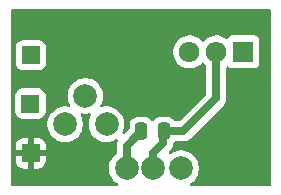
<source format=gbr>
%TF.GenerationSoftware,KiCad,Pcbnew,9.0.5*%
%TF.CreationDate,2025-10-18T17:52:02+02:00*%
%TF.ProjectId,VAS_VE,5641535f-5645-42e6-9b69-6361645f7063,rev?*%
%TF.SameCoordinates,Original*%
%TF.FileFunction,Copper,L1,Top*%
%TF.FilePolarity,Positive*%
%FSLAX46Y46*%
G04 Gerber Fmt 4.6, Leading zero omitted, Abs format (unit mm)*
G04 Created by KiCad (PCBNEW 9.0.5) date 2025-10-18 17:52:02*
%MOMM*%
%LPD*%
G01*
G04 APERTURE LIST*
G04 Aperture macros list*
%AMRoundRect*
0 Rectangle with rounded corners*
0 $1 Rounding radius*
0 $2 $3 $4 $5 $6 $7 $8 $9 X,Y pos of 4 corners*
0 Add a 4 corners polygon primitive as box body*
4,1,4,$2,$3,$4,$5,$6,$7,$8,$9,$2,$3,0*
0 Add four circle primitives for the rounded corners*
1,1,$1+$1,$2,$3*
1,1,$1+$1,$4,$5*
1,1,$1+$1,$6,$7*
1,1,$1+$1,$8,$9*
0 Add four rect primitives between the rounded corners*
20,1,$1+$1,$2,$3,$4,$5,0*
20,1,$1+$1,$4,$5,$6,$7,0*
20,1,$1+$1,$6,$7,$8,$9,0*
20,1,$1+$1,$8,$9,$2,$3,0*%
G04 Aperture macros list end*
%TA.AperFunction,ComponentPad*%
%ADD10C,2.000000*%
%TD*%
%TA.AperFunction,SMDPad,CuDef*%
%ADD11RoundRect,0.250000X-0.250000X-0.475000X0.250000X-0.475000X0.250000X0.475000X-0.250000X0.475000X0*%
%TD*%
%TA.AperFunction,ComponentPad*%
%ADD12RoundRect,0.250000X-0.550000X-0.550000X0.550000X-0.550000X0.550000X0.550000X-0.550000X0.550000X0*%
%TD*%
%TA.AperFunction,ComponentPad*%
%ADD13R,1.710000X1.800000*%
%TD*%
%TA.AperFunction,ComponentPad*%
%ADD14O,1.710000X1.800000*%
%TD*%
%TA.AperFunction,ViaPad*%
%ADD15C,1.600000*%
%TD*%
%TA.AperFunction,Conductor*%
%ADD16C,0.700000*%
%TD*%
G04 APERTURE END LIST*
D10*
%TO.P,J1,3,Pin_3*%
%TO.N,Net-(J1-Pin_3)*%
X151915000Y-137825000D03*
%TO.P,J1,2,Pin_2*%
%TO.N,Net-(D1-K)*%
X154175000Y-137825000D03*
%TO.P,J1,1,Pin_1*%
%TO.N,/VE-*%
X156515000Y-137825000D03*
%TD*%
D11*
%TO.P,C1,1*%
%TO.N,Net-(J1-Pin_3)*%
X153150000Y-134700000D03*
%TO.P,C1,2*%
%TO.N,Net-(D1-K)*%
X155050000Y-134700000D03*
%TD*%
D12*
%TO.P,H2,1,1*%
%TO.N,/VC+*%
X143750000Y-132350000D03*
%TD*%
%TO.P,H1,1,1*%
%TO.N,Net-(C2-Pad2)*%
X143800000Y-128250000D03*
%TD*%
D13*
%TO.P,Q1,1,E*%
%TO.N,Net-(Q1-E)*%
X161780000Y-127975000D03*
D14*
%TO.P,Q1,2,C*%
%TO.N,Net-(D1-K)*%
X159500000Y-127975000D03*
%TO.P,Q1,3,B*%
%TO.N,Net-(Q1-B)*%
X157220000Y-127975000D03*
%TD*%
D12*
%TO.P,H3,1,1*%
%TO.N,GND*%
X143800000Y-136550000D03*
%TD*%
D10*
%TO.P,Q2,1,E*%
%TO.N,Net-(Q2-E)*%
X150200000Y-134100000D03*
%TO.P,Q2,2,C*%
%TO.N,/VC+*%
X148400000Y-131700000D03*
%TO.P,Q2,3,B*%
%TO.N,Net-(J1-Pin_3)*%
X146700000Y-134100000D03*
%TD*%
D15*
%TO.N,GND*%
X160450000Y-136875000D03*
%TD*%
D16*
%TO.N,Net-(D1-K)*%
X155000000Y-134750000D02*
X155050000Y-134700000D01*
X154159181Y-136538943D02*
X155000000Y-135698124D01*
X154159181Y-137809181D02*
X154159181Y-136538943D01*
X155000000Y-135698124D02*
X155000000Y-134750000D01*
X154175000Y-137825000D02*
X154159181Y-137809181D01*
X154200000Y-137850000D02*
X154175000Y-137825000D01*
X154200000Y-137965000D02*
X154200000Y-137850000D01*
%TO.N,Net-(J1-Pin_3)*%
X151915000Y-135935000D02*
X153150000Y-134700000D01*
X151915000Y-137825000D02*
X151915000Y-135935000D01*
%TO.N,Net-(D1-K)*%
X159500000Y-131900000D02*
X159500000Y-127975000D01*
X156700000Y-134700000D02*
X159500000Y-131900000D01*
X155050000Y-134700000D02*
X156700000Y-134700000D01*
%TD*%
%TA.AperFunction,Conductor*%
%TO.N,GND*%
G36*
X164042539Y-124370185D02*
G01*
X164088294Y-124422989D01*
X164099500Y-124474500D01*
X164099500Y-139225500D01*
X164079815Y-139292539D01*
X164027011Y-139338294D01*
X163975500Y-139349500D01*
X157344633Y-139349500D01*
X157277594Y-139329815D01*
X157231839Y-139277011D01*
X157221895Y-139207853D01*
X157250920Y-139144297D01*
X157288339Y-139115015D01*
X157301431Y-139108344D01*
X157301430Y-139108344D01*
X157301433Y-139108343D01*
X157492510Y-138969517D01*
X157659517Y-138802510D01*
X157798343Y-138611433D01*
X157905568Y-138400992D01*
X157978553Y-138176368D01*
X158015500Y-137943097D01*
X158015500Y-137706902D01*
X157978553Y-137473631D01*
X157944689Y-137369412D01*
X157905568Y-137249008D01*
X157905566Y-137249005D01*
X157905566Y-137249003D01*
X157798342Y-137038566D01*
X157659517Y-136847490D01*
X157492510Y-136680483D01*
X157301433Y-136541657D01*
X157240292Y-136510504D01*
X157090996Y-136434433D01*
X156866368Y-136361446D01*
X156633097Y-136324500D01*
X156633092Y-136324500D01*
X156396908Y-136324500D01*
X156396903Y-136324500D01*
X156163631Y-136361446D01*
X155939003Y-136434433D01*
X155728567Y-136541656D01*
X155652704Y-136596774D01*
X155586897Y-136620253D01*
X155518843Y-136604427D01*
X155470149Y-136554321D01*
X155456274Y-136485843D01*
X155481624Y-136420734D01*
X155492123Y-136408789D01*
X155660627Y-136240286D01*
X155753704Y-136100987D01*
X155817816Y-135946205D01*
X155821935Y-135925500D01*
X155850500Y-135781891D01*
X155850500Y-135737230D01*
X155870185Y-135670191D01*
X155873651Y-135665081D01*
X155879593Y-135656774D01*
X155892712Y-135643656D01*
X155916062Y-135605797D01*
X155918529Y-135602351D01*
X155942836Y-135583321D01*
X155965787Y-135562679D01*
X155970602Y-135561584D01*
X155973545Y-135559281D01*
X155985746Y-135558143D01*
X156019378Y-135550500D01*
X156783768Y-135550500D01*
X156783769Y-135550499D01*
X156948082Y-135517816D01*
X157013864Y-135490568D01*
X157102863Y-135453704D01*
X157242162Y-135360627D01*
X160160627Y-132442162D01*
X160253704Y-132302863D01*
X160317816Y-132148081D01*
X160317816Y-132148078D01*
X160317818Y-132148074D01*
X160326811Y-132102864D01*
X160350499Y-131983771D01*
X160350500Y-131983768D01*
X160350500Y-129314954D01*
X160370185Y-129247915D01*
X160422989Y-129202160D01*
X160492147Y-129192216D01*
X160555703Y-129221241D01*
X160562181Y-129227273D01*
X160567455Y-129232547D01*
X160682664Y-129318793D01*
X160682671Y-129318797D01*
X160817517Y-129369091D01*
X160817516Y-129369091D01*
X160824444Y-129369835D01*
X160877127Y-129375500D01*
X162682872Y-129375499D01*
X162742483Y-129369091D01*
X162877331Y-129318796D01*
X162992546Y-129232546D01*
X163078796Y-129117331D01*
X163129091Y-128982483D01*
X163135500Y-128922873D01*
X163135499Y-127027128D01*
X163129091Y-126967517D01*
X163126287Y-126960000D01*
X163078797Y-126832671D01*
X163078793Y-126832664D01*
X162992547Y-126717455D01*
X162992544Y-126717452D01*
X162877335Y-126631206D01*
X162877328Y-126631202D01*
X162742482Y-126580908D01*
X162742483Y-126580908D01*
X162682883Y-126574501D01*
X162682881Y-126574500D01*
X162682873Y-126574500D01*
X162682864Y-126574500D01*
X160877129Y-126574500D01*
X160877123Y-126574501D01*
X160817516Y-126580908D01*
X160682671Y-126631202D01*
X160682664Y-126631206D01*
X160567455Y-126717452D01*
X160489133Y-126822076D01*
X160433199Y-126863946D01*
X160363507Y-126868930D01*
X160316981Y-126848082D01*
X160210437Y-126770673D01*
X160020335Y-126673810D01*
X159817414Y-126607877D01*
X159606680Y-126574500D01*
X159393320Y-126574500D01*
X159287953Y-126591188D01*
X159182585Y-126607877D01*
X158979664Y-126673810D01*
X158789562Y-126770673D01*
X158718813Y-126822076D01*
X158616951Y-126896083D01*
X158616949Y-126896085D01*
X158616948Y-126896085D01*
X158466085Y-127046948D01*
X158460316Y-127054889D01*
X158404984Y-127097553D01*
X158335371Y-127103529D01*
X158273577Y-127070922D01*
X158259684Y-127054889D01*
X158253917Y-127046951D01*
X158103049Y-126896083D01*
X157930437Y-126770673D01*
X157740335Y-126673810D01*
X157537414Y-126607877D01*
X157326680Y-126574500D01*
X157113320Y-126574500D01*
X157007953Y-126591188D01*
X156902585Y-126607877D01*
X156699664Y-126673810D01*
X156509562Y-126770673D01*
X156438813Y-126822076D01*
X156336951Y-126896083D01*
X156336949Y-126896085D01*
X156336948Y-126896085D01*
X156186085Y-127046948D01*
X156186085Y-127046949D01*
X156186083Y-127046951D01*
X156144977Y-127103529D01*
X156060673Y-127219562D01*
X155963810Y-127409664D01*
X155897877Y-127612585D01*
X155864500Y-127823320D01*
X155864500Y-128126679D01*
X155897877Y-128337414D01*
X155963810Y-128540335D01*
X156060673Y-128730437D01*
X156186083Y-128903049D01*
X156336951Y-129053917D01*
X156509563Y-129179327D01*
X156591824Y-129221241D01*
X156699664Y-129276189D01*
X156699666Y-129276189D01*
X156699669Y-129276191D01*
X156902586Y-129342123D01*
X157113320Y-129375500D01*
X157113321Y-129375500D01*
X157326679Y-129375500D01*
X157326680Y-129375500D01*
X157537414Y-129342123D01*
X157740331Y-129276191D01*
X157930437Y-129179327D01*
X158103049Y-129053917D01*
X158253917Y-128903049D01*
X158259683Y-128895112D01*
X158315011Y-128852448D01*
X158384624Y-128846469D01*
X158446420Y-128879074D01*
X158448806Y-128881457D01*
X158455052Y-128887867D01*
X158466083Y-128903049D01*
X158613770Y-129050736D01*
X158614306Y-129051286D01*
X158630300Y-129081498D01*
X158646666Y-129111470D01*
X158646793Y-129112652D01*
X158646996Y-129113036D01*
X158646924Y-129113877D01*
X158649500Y-129137828D01*
X158649500Y-131496349D01*
X158629815Y-131563388D01*
X158613181Y-131584030D01*
X156384030Y-133813181D01*
X156322707Y-133846666D01*
X156296349Y-133849500D01*
X156019378Y-133849500D01*
X155952339Y-133829815D01*
X155913839Y-133790597D01*
X155894462Y-133759182D01*
X155892712Y-133756344D01*
X155768656Y-133632288D01*
X155619334Y-133540186D01*
X155452797Y-133485001D01*
X155452795Y-133485000D01*
X155350010Y-133474500D01*
X154749998Y-133474500D01*
X154749980Y-133474501D01*
X154647203Y-133485000D01*
X154647200Y-133485001D01*
X154480668Y-133540185D01*
X154480663Y-133540187D01*
X154331342Y-133632289D01*
X154207285Y-133756346D01*
X154205537Y-133759182D01*
X154203829Y-133760717D01*
X154202807Y-133762011D01*
X154202585Y-133761836D01*
X154153589Y-133805905D01*
X154084626Y-133817126D01*
X154020544Y-133789282D01*
X153994463Y-133759182D01*
X153992714Y-133756346D01*
X153868657Y-133632289D01*
X153868656Y-133632288D01*
X153719334Y-133540186D01*
X153552797Y-133485001D01*
X153552795Y-133485000D01*
X153450010Y-133474500D01*
X152849998Y-133474500D01*
X152849980Y-133474501D01*
X152747203Y-133485000D01*
X152747200Y-133485001D01*
X152580668Y-133540185D01*
X152580663Y-133540187D01*
X152431342Y-133632289D01*
X152307289Y-133756342D01*
X152215187Y-133905663D01*
X152215186Y-133905666D01*
X152160001Y-134072203D01*
X152160001Y-134072204D01*
X152160000Y-134072204D01*
X152149500Y-134174983D01*
X152149500Y-134446348D01*
X152129815Y-134513387D01*
X152113181Y-134534029D01*
X151748730Y-134898479D01*
X151687407Y-134931964D01*
X151617715Y-134926980D01*
X151561782Y-134885108D01*
X151537365Y-134819644D01*
X151550565Y-134754502D01*
X151590565Y-134675998D01*
X151590566Y-134675996D01*
X151590568Y-134675992D01*
X151663553Y-134451368D01*
X151664348Y-134446348D01*
X151700500Y-134218097D01*
X151700500Y-133981902D01*
X151663553Y-133748631D01*
X151595825Y-133540187D01*
X151590568Y-133524008D01*
X151590566Y-133524005D01*
X151590566Y-133524003D01*
X151494856Y-133336163D01*
X151483343Y-133313567D01*
X151344517Y-133122490D01*
X151177510Y-132955483D01*
X150986433Y-132816657D01*
X150775996Y-132709433D01*
X150551368Y-132636446D01*
X150318097Y-132599500D01*
X150318092Y-132599500D01*
X150081908Y-132599500D01*
X150081903Y-132599500D01*
X149848630Y-132636447D01*
X149843657Y-132638063D01*
X149773816Y-132640057D01*
X149713984Y-132603975D01*
X149683157Y-132541274D01*
X149691122Y-132471860D01*
X149694848Y-132463852D01*
X149790568Y-132275992D01*
X149863553Y-132051368D01*
X149874260Y-131983767D01*
X149900500Y-131818097D01*
X149900500Y-131581902D01*
X149863553Y-131348631D01*
X149790566Y-131124003D01*
X149683342Y-130913566D01*
X149544517Y-130722490D01*
X149377510Y-130555483D01*
X149186433Y-130416657D01*
X148975996Y-130309433D01*
X148751368Y-130236446D01*
X148518097Y-130199500D01*
X148518092Y-130199500D01*
X148281908Y-130199500D01*
X148281903Y-130199500D01*
X148048631Y-130236446D01*
X147824003Y-130309433D01*
X147613566Y-130416657D01*
X147504550Y-130495862D01*
X147422490Y-130555483D01*
X147422488Y-130555485D01*
X147422487Y-130555485D01*
X147255485Y-130722487D01*
X147255485Y-130722488D01*
X147255483Y-130722490D01*
X147195862Y-130804550D01*
X147116657Y-130913566D01*
X147009433Y-131124003D01*
X146936446Y-131348631D01*
X146899500Y-131581902D01*
X146899500Y-131818097D01*
X146936446Y-132051368D01*
X147009433Y-132275996D01*
X147095049Y-132444025D01*
X147107945Y-132512694D01*
X147081669Y-132577435D01*
X147024562Y-132617692D01*
X146965166Y-132622793D01*
X146818097Y-132599500D01*
X146818092Y-132599500D01*
X146581908Y-132599500D01*
X146581903Y-132599500D01*
X146348631Y-132636446D01*
X146124003Y-132709433D01*
X145913566Y-132816657D01*
X145883592Y-132838435D01*
X145722490Y-132955483D01*
X145722488Y-132955485D01*
X145722487Y-132955485D01*
X145555485Y-133122487D01*
X145555485Y-133122488D01*
X145555483Y-133122490D01*
X145512023Y-133182307D01*
X145416657Y-133313566D01*
X145309433Y-133524003D01*
X145236446Y-133748631D01*
X145199500Y-133981902D01*
X145199500Y-134218097D01*
X145236446Y-134451368D01*
X145309433Y-134675996D01*
X145382626Y-134819644D01*
X145416657Y-134886433D01*
X145555483Y-135077510D01*
X145722490Y-135244517D01*
X145913567Y-135383343D01*
X145961339Y-135407684D01*
X146124003Y-135490566D01*
X146124005Y-135490566D01*
X146124008Y-135490568D01*
X146244412Y-135529689D01*
X146348631Y-135563553D01*
X146581903Y-135600500D01*
X146581908Y-135600500D01*
X146818097Y-135600500D01*
X147051368Y-135563553D01*
X147068018Y-135558143D01*
X147275992Y-135490568D01*
X147486433Y-135383343D01*
X147677510Y-135244517D01*
X147844517Y-135077510D01*
X147983343Y-134886433D01*
X148090568Y-134675992D01*
X148163553Y-134451368D01*
X148164348Y-134446348D01*
X148200500Y-134218097D01*
X148200500Y-133981902D01*
X148163553Y-133748631D01*
X148095825Y-133540187D01*
X148090568Y-133524008D01*
X148090566Y-133524005D01*
X148090566Y-133524003D01*
X148042931Y-133430515D01*
X148004949Y-133355972D01*
X147992054Y-133287305D01*
X148018330Y-133222564D01*
X148075437Y-133182307D01*
X148134833Y-133177206D01*
X148281903Y-133200500D01*
X148281908Y-133200500D01*
X148518097Y-133200500D01*
X148684717Y-133174109D01*
X148751368Y-133163553D01*
X148756329Y-133161940D01*
X148826168Y-133159938D01*
X148886005Y-133196012D01*
X148916840Y-133258710D01*
X148908883Y-133328125D01*
X148905143Y-133336163D01*
X148809434Y-133524003D01*
X148809433Y-133524005D01*
X148809432Y-133524008D01*
X148804175Y-133540187D01*
X148736446Y-133748631D01*
X148699500Y-133981902D01*
X148699500Y-134218097D01*
X148736446Y-134451368D01*
X148809433Y-134675996D01*
X148882626Y-134819644D01*
X148916657Y-134886433D01*
X149055483Y-135077510D01*
X149222490Y-135244517D01*
X149413567Y-135383343D01*
X149461339Y-135407684D01*
X149624003Y-135490566D01*
X149624005Y-135490566D01*
X149624008Y-135490568D01*
X149744412Y-135529689D01*
X149848631Y-135563553D01*
X150081903Y-135600500D01*
X150081908Y-135600500D01*
X150318097Y-135600500D01*
X150551368Y-135563553D01*
X150568018Y-135558143D01*
X150775992Y-135490568D01*
X150986433Y-135383343D01*
X150986439Y-135383338D01*
X150986711Y-135383200D01*
X151013101Y-135378243D01*
X151038578Y-135369764D01*
X151046919Y-135371892D01*
X151055380Y-135370304D01*
X151080258Y-135380401D01*
X151106278Y-135387042D01*
X151112144Y-135393343D01*
X151120120Y-135396580D01*
X151135591Y-135418526D01*
X151153889Y-135438179D01*
X151155417Y-135446649D01*
X151160378Y-135453686D01*
X151161527Y-135480513D01*
X151166296Y-135506938D01*
X151163183Y-135519134D01*
X151163370Y-135523492D01*
X151157568Y-135541136D01*
X151127241Y-135614355D01*
X151127240Y-135614357D01*
X151097184Y-135686917D01*
X151097182Y-135686925D01*
X151064500Y-135851228D01*
X151064500Y-136525023D01*
X151044815Y-136592062D01*
X151013386Y-136625340D01*
X150937496Y-136680478D01*
X150937487Y-136680485D01*
X150770485Y-136847487D01*
X150770485Y-136847488D01*
X150770483Y-136847490D01*
X150745000Y-136882564D01*
X150631657Y-137038566D01*
X150524433Y-137249003D01*
X150451446Y-137473631D01*
X150414500Y-137706902D01*
X150414500Y-137943097D01*
X150451446Y-138176368D01*
X150524433Y-138400996D01*
X150631657Y-138611433D01*
X150770483Y-138802510D01*
X150937490Y-138969517D01*
X151080797Y-139073636D01*
X151128568Y-139108344D01*
X151141661Y-139115015D01*
X151192458Y-139162989D01*
X151209253Y-139230810D01*
X151186716Y-139296945D01*
X151132001Y-139340397D01*
X151085367Y-139349500D01*
X142224500Y-139349500D01*
X142157461Y-139329815D01*
X142111706Y-139277011D01*
X142100500Y-139225500D01*
X142100500Y-137149986D01*
X142500001Y-137149986D01*
X142510494Y-137252697D01*
X142565641Y-137419119D01*
X142565643Y-137419124D01*
X142657684Y-137568345D01*
X142781654Y-137692315D01*
X142930875Y-137784356D01*
X142930880Y-137784358D01*
X143097302Y-137839505D01*
X143097309Y-137839506D01*
X143200019Y-137849999D01*
X143549999Y-137849999D01*
X144050000Y-137849999D01*
X144399972Y-137849999D01*
X144399986Y-137849998D01*
X144502697Y-137839505D01*
X144669119Y-137784358D01*
X144669124Y-137784356D01*
X144818345Y-137692315D01*
X144942315Y-137568345D01*
X145034356Y-137419124D01*
X145034358Y-137419119D01*
X145089505Y-137252697D01*
X145089506Y-137252690D01*
X145099999Y-137149986D01*
X145100000Y-137149973D01*
X145100000Y-136800000D01*
X144050000Y-136800000D01*
X144050000Y-137849999D01*
X143549999Y-137849999D01*
X143550000Y-137849998D01*
X143550000Y-136800000D01*
X142500001Y-136800000D01*
X142500001Y-137149986D01*
X142100500Y-137149986D01*
X142100500Y-136510504D01*
X143500000Y-136510504D01*
X143500000Y-136589496D01*
X143520444Y-136665796D01*
X143559940Y-136734205D01*
X143615795Y-136790060D01*
X143684204Y-136829556D01*
X143760504Y-136850000D01*
X143839496Y-136850000D01*
X143915796Y-136829556D01*
X143984205Y-136790060D01*
X144040060Y-136734205D01*
X144079556Y-136665796D01*
X144100000Y-136589496D01*
X144100000Y-136510504D01*
X144079556Y-136434204D01*
X144040060Y-136365795D01*
X143984205Y-136309940D01*
X143966988Y-136300000D01*
X144050000Y-136300000D01*
X145099999Y-136300000D01*
X145099999Y-135950028D01*
X145099998Y-135950013D01*
X145089505Y-135847302D01*
X145034358Y-135680880D01*
X145034356Y-135680875D01*
X144942315Y-135531654D01*
X144818345Y-135407684D01*
X144669124Y-135315643D01*
X144669119Y-135315641D01*
X144502697Y-135260494D01*
X144502690Y-135260493D01*
X144399986Y-135250000D01*
X144050000Y-135250000D01*
X144050000Y-136300000D01*
X143966988Y-136300000D01*
X143915796Y-136270444D01*
X143839496Y-136250000D01*
X143760504Y-136250000D01*
X143684204Y-136270444D01*
X143615795Y-136309940D01*
X143559940Y-136365795D01*
X143520444Y-136434204D01*
X143500000Y-136510504D01*
X142100500Y-136510504D01*
X142100500Y-135950013D01*
X142500000Y-135950013D01*
X142500000Y-136300000D01*
X143550000Y-136300000D01*
X143550000Y-135250000D01*
X143200028Y-135250000D01*
X143200012Y-135250001D01*
X143097302Y-135260494D01*
X142930880Y-135315641D01*
X142930875Y-135315643D01*
X142781654Y-135407684D01*
X142657684Y-135531654D01*
X142565643Y-135680875D01*
X142565641Y-135680880D01*
X142510494Y-135847302D01*
X142510493Y-135847309D01*
X142500000Y-135950013D01*
X142100500Y-135950013D01*
X142100500Y-131749983D01*
X142449500Y-131749983D01*
X142449500Y-132950001D01*
X142449501Y-132950018D01*
X142460000Y-133052796D01*
X142460001Y-133052799D01*
X142468588Y-133078711D01*
X142515186Y-133219334D01*
X142607288Y-133368656D01*
X142731344Y-133492712D01*
X142880666Y-133584814D01*
X143047203Y-133639999D01*
X143149991Y-133650500D01*
X144350008Y-133650499D01*
X144452797Y-133639999D01*
X144619334Y-133584814D01*
X144768656Y-133492712D01*
X144892712Y-133368656D01*
X144984814Y-133219334D01*
X145039999Y-133052797D01*
X145050500Y-132950009D01*
X145050499Y-131749992D01*
X145039999Y-131647203D01*
X144984814Y-131480666D01*
X144892712Y-131331344D01*
X144768656Y-131207288D01*
X144619334Y-131115186D01*
X144452797Y-131060001D01*
X144452795Y-131060000D01*
X144350010Y-131049500D01*
X143149998Y-131049500D01*
X143149981Y-131049501D01*
X143047203Y-131060000D01*
X143047200Y-131060001D01*
X142880668Y-131115185D01*
X142880663Y-131115187D01*
X142731342Y-131207289D01*
X142607289Y-131331342D01*
X142515187Y-131480663D01*
X142515186Y-131480666D01*
X142460001Y-131647203D01*
X142460001Y-131647204D01*
X142460000Y-131647204D01*
X142449500Y-131749983D01*
X142100500Y-131749983D01*
X142100500Y-127649983D01*
X142499500Y-127649983D01*
X142499500Y-128850001D01*
X142499501Y-128850018D01*
X142510000Y-128952796D01*
X142510001Y-128952799D01*
X142542637Y-129051286D01*
X142565186Y-129119334D01*
X142657288Y-129268656D01*
X142781344Y-129392712D01*
X142930666Y-129484814D01*
X143097203Y-129539999D01*
X143199991Y-129550500D01*
X144400008Y-129550499D01*
X144502797Y-129539999D01*
X144669334Y-129484814D01*
X144818656Y-129392712D01*
X144942712Y-129268656D01*
X145034814Y-129119334D01*
X145089999Y-128952797D01*
X145100500Y-128850009D01*
X145100499Y-127649992D01*
X145089999Y-127547203D01*
X145034814Y-127380666D01*
X144942712Y-127231344D01*
X144818656Y-127107288D01*
X144669334Y-127015186D01*
X144502797Y-126960001D01*
X144502795Y-126960000D01*
X144400010Y-126949500D01*
X143199998Y-126949500D01*
X143199981Y-126949501D01*
X143097203Y-126960000D01*
X143097200Y-126960001D01*
X142930668Y-127015185D01*
X142930663Y-127015187D01*
X142781342Y-127107289D01*
X142657289Y-127231342D01*
X142565187Y-127380663D01*
X142565186Y-127380666D01*
X142510001Y-127547203D01*
X142510001Y-127547204D01*
X142510000Y-127547204D01*
X142499500Y-127649983D01*
X142100500Y-127649983D01*
X142100500Y-124474500D01*
X142120185Y-124407461D01*
X142172989Y-124361706D01*
X142224500Y-124350500D01*
X163975500Y-124350500D01*
X164042539Y-124370185D01*
G37*
%TD.AperFunction*%
%TD*%
M02*

</source>
